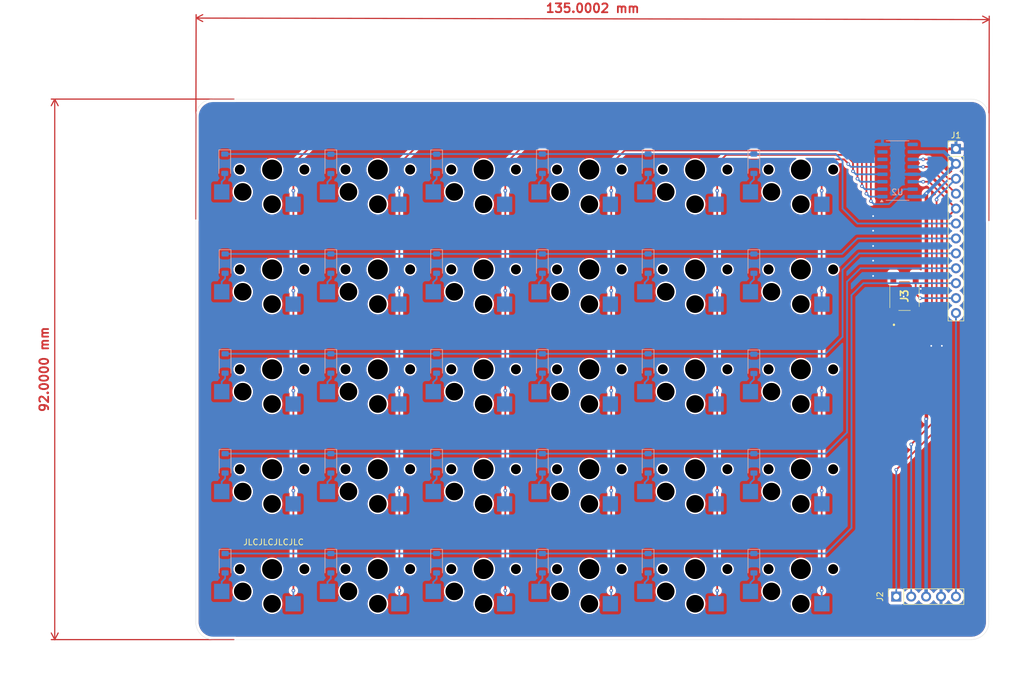
<source format=kicad_pcb>
(kicad_pcb (version 20240108) (generator "pcbnew") (generator_version "8.0")
  (layers (0 "F.Cu" signal) (31 "B.Cu" signal) (34 "B.Paste" user) (35 "F.Paste" user) (36 "B.SilkS" user "B.Silkscreen") (37 "F.SilkS" user "F.Silkscreen") (38 "B.Mask" user) (39 "F.Mask" user) (44 "Edge.Cuts" user))
  (net 0 "")
  (net 1 "Net-(D1-A)")
  (net 2 "ROW1")
  (net 3 "Net-(D2-A)")
  (net 4 "Net-(D3-A)")
  (net 5 "Net-(D4-A)")
  (net 6 "Net-(D5-A)")
  (net 7 "Net-(D6-A)")
  (net 8 "ROW2")
  (net 9 "Net-(D7-A)")
  (net 10 "Net-(D8-A)")
  (net 11 "Net-(D9-A)")
  (net 12 "Net-(D10-A)")
  (net 13 "Net-(D11-A)")
  (net 14 "Net-(D12-A)")
  (net 15 "Net-(D13-A)")
  (net 16 "ROW3")
  (net 17 "Net-(D14-A)")
  (net 18 "Net-(D15-A)")
  (net 19 "Net-(D16-A)")
  (net 20 "Net-(D17-A)")
  (net 21 "Net-(D18-A)")
  (net 22 "Net-(D19-A)")
  (net 23 "ROW4")
  (net 24 "Net-(D20-A)")
  (net 25 "Net-(D21-A)")
  (net 26 "Net-(D22-A)")
  (net 27 "Net-(D23-A)")
  (net 28 "Net-(D24-A)")
  (net 29 "Net-(D25-A)")
  (net 30 "ROW5")
  (net 31 "Net-(D26-A)")
  (net 32 "Net-(D27-A)")
  (net 33 "Net-(D28-A)")
  (net 34 "Net-(D29-A)")
  (net 35 "Net-(D30-A)")
  (net 36 "IO_CS")
  (net 37 "GND")
  (net 38 "MOSI")
  (net 39 "DSP_CS")
  (net 40 "RESET")
  (net 41 "SCK")
  (net 42 "VCC")
  (net 43 "COL1")
  (net 44 "COL2")
  (net 45 "COL3")
  (net 46 "COL4")
  (net 47 "COL5")
  (net 48 "COL6")
  (footprint "pg1350:pg1350-HCN" (layer "F.Cu") (at 126 51 180)
    (property "Reference" "SW12" (hide yes))
    (property "Value" "PG1350")
  )
  (footprint "pg1350:pg1350-HCN" (layer "F.Cu") (at 108 68 180)
    (property "Reference" "SW17" (hide yes))
    (property "Value" "PG1350")
  )
  (footprint "pg1350:pg1350-HCN" (layer "F.Cu") (at 36 34 180)
    (property "Reference" "SW1" (hide yes))
    (property "Value" "PG1350")
  )
  (footprint "pg1350:pg1350-HCN" (layer "F.Cu") (at 126 68 180)
    (property "Reference" "SW18" (hide yes))
    (property "Value" "PG1350")
  )
  (footprint "pg1350:pg1350-HCN" (layer "F.Cu") (at 54 51 180)
    (property "Reference" "SW8" (hide yes))
    (property "Value" "PG1350")
  )
  (footprint "pg1350:pg1350-HCN" (layer "F.Cu") (at 126 102 180)
    (property "Reference" "SW30" (hide yes))
    (property "Value" "PG1350")
  )
  (footprint "pg1350:pg1350-HCN" (layer "F.Cu") (at 72 102 180)
    (property "Reference" "SW27" (hide yes))
    (property "Value" "PG1350")
  )
  (footprint "Connector_PinHeader_2.54mm:PinHeader_1x12_P2.54mm_Vertical" (layer "F.Cu") (at 152.4 30.48)
    (property "Reference" "J1")
    (property "Value" "Conn_01x12_Pin")
  )
  (footprint "buttons:814375651" (layer "F.Cu") (at 143.642 55.524 90)
    (property "Reference" "J3")
    (property "Value" "8-1437565-1" (hide yes))
  )
  (footprint "pg1350:pg1350-HCN" (layer "F.Cu") (at 72 51 180)
    (property "Reference" "SW9" (hide yes))
    (property "Value" "PG1350")
  )
  (footprint "pg1350:pg1350-HCN" (layer "F.Cu") (at 90 34 180)
    (property "Reference" "SW4" (hide yes))
    (property "Value" "PG1350")
  )
  (footprint "pg1350:pg1350-HCN" (layer "F.Cu") (at 108 102 180)
    (property "Reference" "SW29" (hide yes))
    (property "Value" "PG1350")
  )
  (footprint "pg1350:pg1350-HCN" (layer "F.Cu") (at 126 34 180)
    (property "Reference" "SW6" (hide yes))
    (property "Value" "PG1350")
  )
  (footprint "pg1350:pg1350-HCN" (layer "F.Cu") (at 72 68 180)
    (property "Reference" "SW15" (hide yes))
    (property "Value" "PG1350")
  )
  (footprint "Connector_PinSocket_2.54mm:PinSocket_1x05_P2.54mm_Vertical" (layer "F.Cu") (at 142.24 106.68 90)
    (property "Reference" "J2")
    (property "Value" "Conn_01x05_Socket")
  )
  (footprint "pg1350:pg1350-HCN" (layer "F.Cu") (at 72 85 180)
    (property "Reference" "SW21" (hide yes))
    (property "Value" "PG1350")
  )
  (footprint "pg1350:pg1350-HCN" (layer "F.Cu") (at 54 34 180)
    (property "Reference" "SW2" (hide yes))
    (property "Value" "PG1350")
  )
  (footprint "pg1350:pg1350-HCN" (layer "F.Cu") (at 36 68 180)
    (property "Reference" "SW13" (hide yes))
    (property "Value" "PG1350")
  )
  (footprint "pg1350:pg1350-HCN" (layer "F.Cu") (at 36 51 180)
    (property "Reference" "SW7" (hide yes))
    (property "Value" "PG1350")
  )
  (footprint "pg1350:pg1350-HCN" (layer "F.Cu") (at 126 85 180)
    (property "Reference" "SW24" (hide yes))
    (property "Value" "PG1350")
  )
  (footprint "pg1350:pg1350-HCN" (layer "F.Cu") (at 90 51 180)
    (property "Reference" "SW10" (hide yes))
    (property "Value" "PG1350")
  )
  (footprint "pg1350:pg1350-HCN" (layer "F.Cu") (at 90 102 180)
    (property "Reference" "SW28" (hide yes))
    (property "Value" "PG1350")
  )
  (footprint "pg1350:pg1350-HCN" (layer "F.Cu") (at 108 34 180)
    (property "Reference" "SW5" (hide yes))
    (property "Value" "PG1350")
  )
  (footprint "pg1350:pg1350-HCN" (layer "F.Cu") (at 54 85 180)
    (property "Reference" "SW20" (hide yes))
    (property "Value" "PG1350")
  )
  (footprint "pg1350:pg1350-HCN" (layer "F.Cu") (at 90 85 180)
    (property "Reference" "SW22" (hide yes))
    (property "Value" "PG1350")
  )
  (footprint "pg1350:pg1350-HCN" (layer "F.Cu") (at 54 102 180)
    (property "Reference" "SW26" (hide yes))
    (property "Value" "PG1350")
  )
  (footprint "pg1350:pg1350-HCN" (layer "F.Cu") (at 36 85 180)
    (property "Reference" "SW19" (hide yes))
    (property "Value" "PG1350")
  )
  (footprint "pg1350:pg1350-HCN" (layer "F.Cu") (at 90 68 180)
    (property "Reference" "SW16" (hide yes))
    (property "Value" "PG1350")
  )
  (footprint "pg1350:pg1350-HCN" (layer "F.Cu") (at 72 34 180)
    (property "Reference" "SW3" (hide yes))
    (property "Value" "PG1350")
  )
  (footprint "pg1350:pg1350-HCN" (layer "F.Cu") (at 108 51 180)
    (property "Reference" "SW11" (hide yes))
    (property "Value" "PG1350")
  )
  (footprint "pg1350:pg1350-HCN" (layer "F.Cu") (at 108 85 180)
    (property "Reference" "SW23" (hide yes))
    (property "Value" "PG1350")
  )
  (footprint "pg1350:pg1350-HCN" (layer "F.Cu") (at 36 102 180)
    (property "Reference" "SW25" (hide yes))
    (property "Value" "PG1350")
  )
  (footprint "pg1350:pg1350-HCN" (layer "F.Cu") (at 54 68 180)
    (property "Reference" "SW14" (hide yes))
    (property "Value" "PG1350")
  )
  (footprint "Diode_SMD:D_SOD-123" (layer "B.Cu") (at 82 101 -90)
    (property "Reference" "D28" (hide yes))
    (property "Value" "D")
  )
  (footprint "Diode_SMD:D_SOD-123" (layer "B.Cu") (at 100 33 -90)
    (property "Reference" "D5" (hide yes))
    (property "Value" "D")
  )
  (footprint "Diode_SMD:D_SOD-123" (layer "B.Cu") (at 28 101 -90)
    (property "Reference" "D25" (hide yes))
    (property "Value" "D")
  )
  (footprint "Diode_SMD:D_SOD-123" (layer "B.Cu") (at 28 50 -90)
    (property "Reference" "D7" (hide yes))
    (property "Value" "D")
  )
  (footprint "Diode_SMD:D_SOD-123" (layer "B.Cu") (at 64 33.02 -90)
    (property "Reference" "D3" (hide yes))
    (property "Value" "D")
  )
  (footprint "Diode_SMD:D_SOD-123" (layer "B.Cu") (at 28 67 -90)
    (property "Reference" "D13" (hide yes))
    (property "Value" "D")
  )
  (footprint "Diode_SMD:D_SOD-123" (layer "B.Cu") (at 100 101 -90)
    (property "Reference" "D29" (hide yes))
    (property "Value" "D")
  )
  (footprint "Diode_SMD:D_SOD-123" (layer "B.Cu") (at 118 67.056 -90)
    (property "Reference" "D18" (hide yes))
    (property "Value" "D")
  )
  (footprint "Diode_SMD:D_SOD-123" (layer "B.Cu") (at 118 33 -90)
    (property "Reference" "D6" (hide yes))
    (property "Value" "D")
  )
  (footprint "Diode_SMD:D_SOD-123" (layer "B.Cu") (at 64 50 -90)
    (property "Reference" "D9" (hide yes))
    (property "Value" "D")
  )
  (footprint "Diode_SMD:D_SOD-123" (layer "B.Cu") (at 82 50 -90)
    (property "Reference" "D10" (hide yes))
    (property "Value" "D")
  )
  (footprint "Diode_SMD:D_SOD-123" (layer "B.Cu") (at 46 33.02 -90)
    (property "Reference" "D2" (hide yes))
    (property "Value" "D")
  )
  (footprint "Diode_SMD:D_SOD-123" (layer "B.Cu") (at 46 50 -90)
    (property "Reference" "D8" (hide yes))
    (property "Value" "D")
  )
  (footprint "Diode_SMD:D_SOD-123" (layer "B.Cu") (at 64 67 -90)
    (property "Reference" "D15" (hide yes))
    (property "Value" "D")
  )
  (footprint "Diode_SMD:D_SOD-123" (layer "B.Cu") (at 28 84 -90)
    (property "Reference" "D19" (hide yes))
    (property "Value" "D")
  )
  (footprint "Diode_SMD:D_SOD-123" (layer "B.Cu") (at 82 67 -90)
    (property "Reference" "D16" (hide yes))
    (property "Value" "D")
  )
  (footprint "Diode_SMD:D_SOD-123" (layer "B.Cu") (at 64 101 -90)
    (property "Reference" "D27" (hide yes))
    (property "Value" "D")
  )
  (footprint "Diode_SMD:D_SOD-123" (layer "B.Cu") (at 100 84 -90)
    (property "Reference" "D23" (hide yes))
    (property "Value" "D")
  )
  (footprint "Diode_SMD:D_SOD-123" (layer "B.Cu") (at 64 84 -90)
    (property "Reference" "D21" (hide yes))
    (property "Value" "D")
  )
  (footprint "Package_SO:SO-16_3.9x9.9mm_P1.27mm" (layer "B.Cu") (at 142.459 34.163)
    (property "Reference" "U2")
    (property "Value" "74HC595")
  )
  (footprint "Diode_SMD:D_SOD-123" (layer "B.Cu") (at 100 50 -90)
    (property "Reference" "D11" (hide yes))
    (property "Value" "D")
  )
  (footprint "Diode_SMD:D_SOD-123" (layer "B.Cu") (at 46 84 -90)
    (property "Reference" "D20" (hide yes))
    (property "Value" "D")
  )
  (footprint "Diode_SMD:D_SOD-123" (layer "B.Cu") (at 46 67 -90)
    (property "Reference" "D14" (hide yes))
    (property "Value" "D")
  )
  (footprint "Diode_SMD:D_SOD-123" (layer "B.Cu") (at 100 67 -90)
    (property "Reference" "D17" (hide yes))
    (property "Value" "D")
  )
  (footprint "Diode_SMD:D_SOD-123" (layer "B.Cu") (at 118 101 -90)
    (property "Reference" "D30" (hide yes))
    (property "Value" "D")
  )
  (footprint "Diode_SMD:D_SOD-123" (layer "B.Cu") (at 118 84 -90)
    (property "Reference" "D24" (hide yes))
    (property "Value" "D")
  )
  (footprint "Diode_SMD:D_SOD-123" (layer "B.Cu") (at 82 33 -90)
    (property "Reference" "D4" (hide yes))
    (property "Value" "D")
  )
  (footprint "Diode_SMD:D_SOD-123" (layer "B.Cu") (at 27.94 33 -90)
    (property "Reference" "D1" (hide yes))
    (property "Value" "D")
  )
  (footprint "Diode_SMD:D_SOD-123" (layer "B.Cu") (at 118 50 -90)
    (property "Reference" "D12" (hide yes))
    (property "Value" "D")
  )
  (footprint "Diode_SMD:D_SOD-123" (layer "B.Cu") (at 46 101 -90)
    (property "Reference" "D26" (hide yes))
    (property "Value" "D")
  )
  (footprint "Diode_SMD:D_SOD-123" (layer "B.Cu") (at 82 84 -90)
    (property "Reference" "D22" (hide yes))
    (property "Value" "D")
  )
  (gr_line (start 158 111) (end 158 25) (stroke (width 0.05)) (layer "Edge.Cuts"))
  (gr_arc (start 155 22) (mid 157.12132 22.87868) (end 158 25) (stroke (width 0.05)) (layer "Edge.Cuts"))
  (gr_arc (start 158 111) (mid 157.12132 113.12132) (end 155 114) (stroke (width 0.05)) (layer "Edge.Cuts"))
  (gr_arc (start 23 25) (mid 23.87868 22.87868) (end 26 22) (stroke (width 0.05)) (layer "Edge.Cuts"))
  (gr_line (start 23 25) (end 23 111) (stroke (width 0.05)) (layer "Edge.Cuts"))
  (gr_arc (start 26 114) (mid 23.87868 113.12132) (end 23 111) (stroke (width 0.05)) (layer "Edge.Cuts"))
  (gr_line (start 26 114) (end 155 114) (stroke (width 0.05)) (layer "Edge.Cuts"))
  (gr_line (start 155 22) (end 26 22) (stroke (width 0.05)) (layer "Edge.Cuts"))
  (gr_text "JLCJLCJLCJLC" (at 31 98 0) (layer "F.SilkS") (effects (font (size 1 1)) (justify left bottom)))
  (dimension (type aligned) (layer "F.Cu") (pts (xy 30 22) (xy 30 114)) (height 31) (gr_text "92.0000 mm" (at -2.8 68 90) (layer "F.Cu") (effects (font (size 1.5 1.5) (thickness 0.3)))) (format (prefix "") (suffix "") (units 3) (units_format 1) (precision 4)) (style (thickness 0.2) (arrow_length 1.27) (text_position_mode 0) (extension_height 0.58642) (extension_offset 0.5) keep_text_aligned))
  (dimension (type aligned) (layer "F.Cu") (pts (xy 23 42.926) (xy 158 43.18)) (height -34.715385) (gr_text "135.0002 mm" (at 90.568703 6.537679 359.8921992) (layer "F.Cu") (effects (font (size 1.5 1.5) (thickness 0.3)))) (format (prefix "") (suffix "") (units 3) (units_format 1) (precision 4)) (style (thickness 0.2) (arrow_length 1.27) (text_position_mode 0) (extension_height 0.58642) (extension_offset 0.5) keep_text_aligned))
  (segment (start 27.425 36.075) (end 27.425 37.8) (width 0.3) (layer "B.Cu") (net 1))
  (segment (start 27.94 34.65) (end 27.94 35.56) (width 0.3) (layer "B.Cu") (net 1))
  (segment (start 27.94 35.56) (end 27.425 36.075) (width 0.3) (layer "B.Cu") (net 1))
  (segment (start 133.096 40.64) (end 135.636 43.18) (width 0.3) (layer "B.Cu") (net 2))
  (segment (start 131.934 31.35) (end 133.096 32.512) (width 0.3) (layer "B.Cu") (net 2))
  (segment (start 133.096 32.512) (end 133.096 40.64) (width 0.3) (layer "B.Cu") (net 2))
  (segment (start 27.94 31.35) (end 131.934 31.35) (width 0.3) (layer "B.Cu") (net 2))
  (segment (start 135.636 43.18) (end 152.4 43.18) (width 0.3) (layer "B.Cu") (net 2))
  (segment (start 46 34.67) (end 46 35.534) (width 0.3) (layer "B.Cu") (net 3))
  (segment (start 45.425 36.109) (end 45.425 37.8) (width 0.3) (layer "B.Cu") (net 3))
  (segment (start 46 35.534) (end 45.425 36.109) (width 0.3) (layer "B.Cu") (net 3))
  (segment (start 64 35.568) (end 63.425 36.143) (width 0.3) (layer "B.Cu") (net 4))
  (segment (start 63.425 36.143) (end 63.425 37.8) (width 0.3) (layer "B.Cu") (net 4))
  (segment (start 64 34.67) (end 64 35.568) (width 0.3) (layer "B.Cu") (net 4))
  (segment (start 81.425 36.177) (end 81.425 37.8) (width 0.3) (layer "B.Cu") (net 5))
  (segment (start 82 35.602) (end 81.425 36.177) (width 0.3) (layer "B.Cu") (net 5))
  (segment (start 82 34.65) (end 82 35.602) (width 0.3) (layer "B.Cu") (net 5))
  (segment (start 99.425 36.211) (end 99.425 37.8) (width 0.3) (layer "B.Cu") (net 6))
  (segment (start 100 35.636) (end 99.425 36.211) (width 0.3) (layer "B.Cu") (net 6))
  (segment (start 100 34.65) (end 100 35.636) (width 0.3) (layer "B.Cu") (net 6))
  (segment (start 118 34.65) (end 118 35.67) (width 0.3) (layer "B.Cu") (net 7))
  (segment (start 118 35.67) (end 117.425 36.245) (width 0.3) (layer "B.Cu") (net 7))
  (segment (start 117.425 36.245) (end 117.425 37.8) (width 0.3) (layer "B.Cu") (net 7))
  (segment (start 135.636 45.72) (end 133.006 48.35) (width 0.3) (layer "B.Cu") (net 8))
  (segment (start 152.4 45.72) (end 135.636 45.72) (width 0.3) (layer "B.Cu") (net 8))
  (segment (start 133.006 48.35) (end 28 48.35) (width 0.3) (layer "B.Cu") (net 8))
  (segment (start 28 52.518) (end 27.425 53.093) (width 0.3) (layer "B.Cu") (net 9))
  (segment (start 27.425 53.093) (end 27.425 54.8) (width 0.3) (layer "B.Cu") (net 9))
  (segment (start 28 51.65) (end 28 52.518) (width 0.3) (layer "B.Cu") (net 9))
  (segment (start 45.425 53.127) (end 45.425 54.8) (width 0.3) (layer "B.Cu") (net 10))
  (segment (start 46 51.65) (end 46 52.552) (width 0.3) (layer "B.Cu") (net 10))
  (segment (start 46 52.552) (end 45.425 53.127) (width 0.3) (layer "B.Cu") (net 10))
  (segment (start 64 52.586) (end 63.425 53.161) (width 0.3) (layer "B.Cu") (net 11))
  (segment (start 64 51.65) (end 64 52.586) (width 0.3) (layer "B.Cu") (net 11))
  (segment (start 63.425 53.161) (end 63.425 54.8) (width 0.3) (layer "B.Cu") (net 11))
  (segment (start 82 51.65) (end 82 52.62) (width 0.3) (layer "B.Cu") (net 12))
  (segment (start 82 52.62) (end 81.425 53.195) (width 0.3) (layer "B.Cu") (net 12))
  (segment (start 81.425 53.195) (end 81.425 54.8) (width 0.3) (layer "B.Cu") (net 12))
  (segment (start 100 51.65) (end 100 52.654) (width 0.3) (layer "B.Cu") (net 13))
  (segment (start 100 52.654) (end 99.425 53.229) (width 0.3) (layer "B.Cu") (net 13))
  (segment (start 99.425 53.229) (end 99.425 54.8) (width 0.3) (layer "B.Cu") (net 13))
  (segment (start 118 51.65) (end 118 52.688) (width 0.3) (layer "B.Cu") (net 14))
  (segment (start 117.425 53.263) (end 117.425 54.8) (width 0.3) (layer "B.Cu") (net 14))
  (segment (start 118 52.688) (end 117.425 53.263) (width 0.3) (layer "B.Cu") (net 14))
  (segment (start 28 69.536) (end 27.425 70.111) (width 0.3) (layer "B.Cu") (net 15))
  (segment (start 27.425 70.111) (end 27.425 71.8) (width 0.3) (layer "B.Cu") (net 15))
  (segment (start 28 68.65) (end 28 69.536) (width 0.3) (layer "B.Cu") (net 15))
  (segment (start 130.23 65.35) (end 133.096 62.484) (width 0.3) (layer "B.Cu") (net 16))
  (segment (start 133.096 62.484) (end 133.096 51.054) (width 0.3) (layer "B.Cu") (net 16))
  (segment (start 135.89 48.26) (end 152.4 48.26) (width 0.3) (layer "B.Cu") (net 16))
  (segment (start 28 65.35) (end 130.23 65.35) (width 0.3) (layer "B.Cu") (net 16))
  (segment (start 133.096 51.054) (end 135.89 48.26) (width 0.3) (layer "B.Cu") (net 16))
  (segment (start 46 69.57) (end 45.425 70.145) (width 0.3) (layer "B.Cu") (net 17))
  (segment (start 46 68.65) (end 46 69.57) (width 0.3) (layer "B.Cu") (net 17))
  (segment (start 45.425 70.145) (end 45.425 71.8) (width 0.3) (layer "B.Cu") (net 17))
  (segment (start 64 69.604) (end 63.425 70.179) (width 0.3) (layer "B.Cu") (net 18))
  (segment (start 64 68.65) (end 64 69.604) (width 0.3) (layer "B.Cu") (net 18))
  (segment (start 63.425 70.179) (end 63.425 71.8) (width 0.3) (layer "B.Cu") (net 18))
  (segment (start 81.425 70.213) (end 81.425 71.8) (width 0.3) (layer "B.Cu") (net 19))
  (segment (start 82 68.65) (end 82 69.638) (width 0.3) (layer "B.Cu") (net 19))
  (segment (start 82 69.638) (end 81.425 70.213) (width 0.3) (layer "B.Cu") (net 19))
  (segment (start 100 69.672) (end 99.425 70.247) (width 0.3) (layer "B.Cu") (net 20))
  (segment (start 100 68.65) (end 100 69.672) (width 0.3) (layer "B.Cu") (net 20))
  (segment (start 99.425 70.247) (end 99.425 71.8) (width 0.3) (layer "B.Cu") (net 20))
  (segment (start 118 69.706) (end 117.425 70.281) (width 0.3) (layer "B.Cu") (net 21))
  (segment (start 118 69) (end 118 69.706) (width 0.3) (layer "B.Cu") (net 21))
  (segment (start 117.425 70.281) (end 117.425 71.8) (width 0.3) (layer "B.Cu") (net 21))
  (segment (start 28 85.65) (end 28 86.554) (width 0.3) (layer "B.Cu") (net 22))
  (segment (start 28 86.554) (end 27.425 87.129) (width 0.3) (layer "B.Cu") (net 22))
  (segment (start 27.425 87.129) (end 27.425 88.8) (width 0.3) (layer "B.Cu") (net 22))
  (segment (start 152.4 50.8) (end 136.144 50.8) (width 0.3) (layer "B.Cu") (net 23))
  (segment (start 130.248 82.35) (end 28 82.35) (width 0.3) (layer "B.Cu") (net 23))
  (segment (start 133.858 78.74) (end 130.248 82.35) (width 0.3) (layer "B.Cu") (net 23))
  (segment (start 136.144 50.8) (end 133.858 53.086) (width 0.3) (layer "B.Cu") (net 23))
  (segment (start 133.858 53.086) (end 133.858 78.74) (width 0.3) (layer "B.Cu") (net 23))
  (segment (start 46 86.588) (end 45.425 87.163) (width 0.3) (layer "B.Cu") (net 24))
  (segment (start 46 85.65) (end 46 86.588) (width 0.3) (layer "B.Cu") (net 24))
  (segment (start 45.425 87.163) (end 45.425 88.8) (width 0.3) (layer "B.Cu") (net 24))
  (segment (start 63.425 87.197) (end 63.425 88.8) (width 0.3) (layer "B.Cu") (net 25))
  (segment (start 64 86.622) (end 63.425 87.197) (width 0.3) (layer "B.Cu") (net 25))
  (segment (start 64 85.65) (end 64 86.622) (width 0.3) (layer "B.Cu") (net 25))
  (segment (start 82 86.656) (end 81.425 87.231) (width 0.3) (layer "B.Cu") (net 26))
  (segment (start 82 85.65) (end 82 86.656) (width 0.3) (layer "B.Cu") (net 26))
  (segment (start 81.425 87.231) (end 81.425 88.8) (width 0.3) (layer "B.Cu") (net 26))
  (segment (start 100 86.69) (end 99.425 87.265) (width 0.3) (layer "B.Cu") (net 27))
  (segment (start 100 85.65) (end 100 86.69) (width 0.3) (layer "B.Cu") (net 27))
  (segment (start 99.425 87.265) (end 99.425 88.8) (width 0.3) (layer "B.Cu") (net 27))
  (segment (start 117.425 87.299) (end 117.425 88.8) (width 0.3) (layer "B.Cu") (net 28))
  (segment (start 118 86.724) (end 117.425 87.299) (width 0.3) (layer "B.Cu") (net 28))
  (segment (start 118 85.65) (end 118 86.724) (width 0.3) (layer "B.Cu") (net 28))
  (segment (start 27.425 104.147) (end 27.425 105.8) (width 0.3) (layer "B.Cu") (net 29))
  (segment (start 28 102.65) (end 28 103.572) (width 0.3) (layer "B.Cu") (net 29))
  (segment (start 28 103.572) (end 27.425 104.147) (width 0.3) (layer "B.Cu") (net 29))
  (segment (start 134.62 94.996) (end 130.266 99.35) (width 0.3) (layer "B.Cu") (net 30))
  (segment (start 152.4 53.34) (end 136.652 53.34) (width 0.3) (layer "B.Cu") (net 30))
  (segment (start 136.652 53.34) (end 134.62 55.372) (width 0.3) (layer "B.Cu") (net 30))
  (segment (start 134.62 55.372) (end 134.62 94.996) (width 0.3) (layer "B.Cu") (net 30))
  (segment (start 130.266 99.35) (end 28 99.35) (width 0.3) (layer "B.Cu") (net 30))
  (segment (start 46 102.65) (end 46 103.606) (width 0.3) (layer "B.Cu") (net 31))
  (segment (start 45.425 104.181) (end 45.425 105.8) (width 0.3) (layer "B.Cu") (net 31))
  (segment (start 46 103.606) (end 45.425 104.181) (width 0.3) (layer "B.Cu") (net 31))
  (segment (start 64 102.65) (end 64 103.64) (width 0.3) (layer "B.Cu") (net 32))
  (segment (start 64 103.64) (end 63.425 104.215) (width 0.3) (layer "B.Cu") (net 32))
  (segment (start 63.425 104.215) (end 63.425 105.8) (width 0.3) (layer "B.Cu") (net 32))
  (segment (start 82 103.674) (end 81.425 104.249) (width 0.3) (layer "B.Cu") (net 33))
  (segment (start 82 102.65) (end 82 103.674) (width 0.3) (layer "B.Cu") (net 33))
  (segment (start 81.425 104.249) (end 81.425 105.8) (width 0.3) (layer "B.Cu") (net 33))
  (segment (start 100 103.708) (end 99.425 104.283) (width 0.3) (layer "B.Cu") (net 34))
  (segment (start 100 102.65) (end 100 103.708) (width 0.3) (layer "B.Cu") (net 34))
  (segment (start 99.425 104.283) (end 99.425 105.8) (width 0.3) (layer "B.Cu") (net 34))
  (segment (start 118 103.742) (end 117.425 104.317) (width 0.3) (layer "B.Cu") (net 35))
  (segment (start 118 102.65) (end 118 103.742) (width 0.3) (layer "B.Cu") (net 35))
  (segment (start 117.425 104.317) (end 117.425 105.8) (width 0.3) (layer "B.Cu") (net 35))
  (segment (start 146.812 33.528) (end 147.828 33.528) (width 0.3) (layer "F.Cu") (net 36))
  (segment (start 147.828 33.528) (end 152.4 38.1) (width 0.3) (layer "F.Cu") (net 36))
  (via (at 146.812 33.528) (size 0.6) (drill 0.3) (layers "F.Cu" "B.Cu") (net 36))
  (segment (start 145.034 33.528) (end 146.812 33.528) (width 0.3) (layer "B.Cu") (net 36))
  (via (at 138.3 41.91) (size 0.6) (drill 0.3) (layers "F.Cu" "B.Cu") (net 37))
  (via (at 148.194081 64.004835) (size 0.6) (drill 0.3) (layers "F.Cu" "B.Cu") (net 37))
  (via (at 138.3 52.1) (size 0.6) (drill 0.3) (layers "F.Cu" "B.Cu") (net 37))
  (via (at 138.3 44.4) (size 0.6) (drill 0.3) (layers "F.Cu" "B.Cu") (net 37))
  (via (at 150 64) (size 0.6) (drill 0.3) (layers "F.Cu" "B.Cu") (net 37))
  (via (at 138.3 49.5) (size 0.6) (drill 0.3) (layers "F.Cu" "B.Cu") (net 37))
  (via (at 138.3 47) (size 0.6) (drill 0.3) (layers "F.Cu" "B.Cu") (net 37))
  (via (at 143.5 55.6) (size 0.6) (drill 0.3) (layers "F.Cu" "B.Cu") (net 37))
  (via (at 146.4 54.3) (size 0.6) (drill 0.3) (layers "F.Cu" "B.Cu") (net 37))
  (segment (start 147.828 36.068) (end 152.4 40.64) (width 0.3) (layer "F.Cu") (net 38))
  (segment (start 146.812 36.068) (end 147.828 36.068) (width 0.3) (layer "F.Cu") (net 38))
  (segment (start 150.876 76.454) (end 150.876 42.164) (width 0.3) (layer "F.Cu") (net 38))
  (segment (start 142.24 85.09) (end 150.876 76.454) (width 0.3) (layer "F.Cu") (net 38))
  (segment (start 150.876 42.164) (end 152.4 40.64) (width 0.3) (layer "F.Cu") (net 38))
  (via (at 142.24 85.09) (size 0.6) (drill 0.3) (layers "F.Cu" "B.Cu") (net 38))
  (via (at 146.812 36.068) (size 0.6) (drill 0.3) (layers "F.Cu" "B.Cu") (net 38))
  (segment (start 145.034 36.068) (end 146.812 36.068) (width 0.3) (layer "B.Cu") (net 38))
  (segment (start 142.24 106.68) (end 142.24 85.09) (width 0.3) (layer "B.Cu") (net 38))
  (segment (start 152.4 106.68) (end 152.4 58.42) (width 0.3) (layer "B.Cu") (net 39))
  (segment (start 145.542 52.324) (end 141.792 52.324) (width 0.3) (layer "F.Cu") (net 40))
  (segment (start 146.304 55.88) (end 145.542 55.118) (width 0.3) (layer "F.Cu") (net 40))
  (segment (start 145.542 55.118) (end 145.542 52.324) (width 0.3) (layer "F.Cu") (net 40))
  (segment (start 141.792 52.324) (end 141.742 52.374) (width 0.3) (layer "F.Cu") (net 40))
  (via (at 146.304 55.88) (size 0.6) (drill 0.3) (layers "F.Cu" "B.Cu") (net 40))
  (segment (start 152.4 55.88) (end 146.304 55.88) (width 0.3) (layer "B.Cu") (net 40))
  (segment (start 149.098 39.116) (end 149.098 76.454) (width 0.3) (layer "F.Cu") (net 41))
  (segment (start 146.812 32.258) (end 147.828 32.258) (width 0.3) (layer "F.Cu") (net 41))
  (segment (start 149.098 76.454) (end 144.78 80.772) (width 0.3) (layer "F.Cu") (net 41))
  (segment (start 147.828 32.258) (end 151.13 35.56) (width 0.3) (layer "F.Cu") (net 41))
  (segment (start 151.13 35.56) (end 152.4 35.56) (width 0.3) (layer "F.Cu") (net 41))
  (via (at 144.78 80.772) (size 0.6) (drill 0.3) (layers "F.Cu" "B.Cu") (net 41))
  (via (at 146.812 32.258) (size 0.6) (drill 0.3) (layers "F.Cu" "B.Cu") (net 41))
  (via (at 149.098 39.116) (size 0.6) (drill 0.3) (layers "F.Cu" "B.Cu") (net 41))
  (segment (start 144.78 106.68) (end 144.78 80.772) (width 0.3) (layer "B.Cu") (net 41))
  (segment (start 149.098 38.862) (end 152.4 35.56) (width 0.3) (layer "B.Cu") (net 41))
  (segment (start 145.034 32.258) (end 146.812 32.258) (width 0.3) (layer "B.Cu") (net 41))
  (segment (start 149.098 39.116) (end 149.098 38.862) (width 0.3) (layer "B.Cu") (net 41))
  (segment (start 147.37 76.404) (end 147.32 76.454) (width 0.6) (layer "F.Cu") (net 42))
  (segment (start 147.37 38.05) (end 147.37 76.404) (width 0.6) (layer "F.Cu") (net 42))
  (via (at 147.32 76.454) (size 0.6) (drill 0.3) (layers "F.Cu" "B.Cu") (net 42))
  (via (at 147.37 38.05) (size 0.6) (drill 0.3) (layers "F.Cu" "B.Cu") (net 42))
  (segment (start 146.812 38.608) (end 145.034 38.608) (width 0.6) (layer "B.Cu") (net 42))
  (segment (start 150.368 30.988) (end 145.034 30.988) (width 0.6) (layer "B.Cu") (net 42))
  (segment (start 152.4 33.02) (end 150.368 30.988) (width 0.6) (layer "B.Cu") (net 42))
  (segment (start 147.32 106.68) (end 147.32 76.454) (width 0.6) (layer "B.Cu") (net 42))
  (segment (start 152.4 33.02) (end 146.812 38.608) (width 0.6) (layer "B.Cu") (net 42))
  (segment (start 39.624 104.902) (end 39.624 88.646) (width 0.3) (layer "F.Cu") (net 43))
  (segment (start 137.922 39.37) (end 137.922 31.75) (width 0.3) (layer "F.Cu") (net 43))
  (segment (start 39.624 54.61) (end 39.624 54.102) (width 0.3) (layer "F.Cu") (net 43))
  (segment (start 39.624 33.02) (end 39.624 37.592) (width 0.3) (layer "F.Cu") (net 43))
  (segment (start 39.624 54.102) (end 39.624 37.592) (width 0.3) (layer "F.Cu") (net 43))
  (segment (start 39.624 71.12) (end 39.624 54.61) (width 0.3) (layer "F.Cu") (net 43))
  (segment (start 134.62 28.448) (end 44.196 28.448) (width 0.3) (layer "F.Cu") (net 43))
  (segment (start 39.624 71.628) (end 39.624 71.12) (width 0.3) (layer "F.Cu") (net 43))
  (segment (start 39.624 105.664) (end 39.624 104.902) (width 0.3) (layer "F.Cu") (net 43))
  (segment (start 39.624 88.646) (end 39.624 71.628) (width 0.3) (layer "F.Cu") (net 43))
  (segment (start 44.196 28.448) (end 39.624 33.02) (width 0.3) (layer "F.Cu") (net 43))
  (segment (start 137.922 31.75) (end 134.62 28.448) (width 0.3) (layer "F.Cu") (net 43))
  (via (at 137.922 39.37) (size 0.6) (drill 0.3) (layers "F.Cu" "B.Cu") (net 43))
  (via (at 39.624 37.592) (size 0.6) (drill 0.3) (layers "F.Cu" "B.Cu") (net 43))
  (via (at 39.624 71.628) (size 0.6) (drill 0.3) (layers "F.Cu" "B.Cu") (net 43))
  (via (at 39.624 88.646) (size 0.6) (drill 0.3) (layers "F.Cu" "B.Cu") (net 43))
  (via (at 39.624 105.664) (size 0.6) (drill 0.3) (layers "F.Cu" "B.Cu") (net 43))
  (via (at 39.624 54.61) (size 0.6) (drill 0.3) (layers "F.Cu" "B.Cu") (net 43))
  (segment (start 39.624 39.851) (end 39.575 39.9) (width 0.3) (layer "B.Cu") (net 43))
  (segment (start 137.922 39.37) (end 138.43 39.878) (width 0.3) (layer "B.Cu") (net 43))
  (segment (start 39.624 107.851) (end 39.624 105.664) (width 0.3) (layer "B.Cu") (net 43))
  (segment (start 143.51 37.338) (end 145.034 37.338) (width 0.3) (layer "B.Cu") (net 43))
  (segment (start 39.575 107.9) (end 39.624 107.851) (width 0.3) (layer "B.Cu") (net 43))
  (segment (start 39.624 88.646) (end 39.624 90.851) (width 0.3) (layer "B.Cu") (net 43))
  (segment (start 140.97 39.878) (end 143.51 37.338) (width 0.3) (layer "B.Cu") (net 43))
  (segment (start 39.624 54.61) (end 39.624 56.851) (width 0.3) (layer "B.Cu") (net 43))
  (segment (start 39.624 37.592) (end 39.624 39.851) (width 0.3) (layer "B.Cu") (net 43))
  (segment (start 39.624 56.851) (end 39.575 56.9) (width 0.3) (layer "B.Cu") (net 43))
  (segment (start 39.624 71.628) (end 39.624 73.851) (width 0.3) (layer "B.Cu") (net 43))
  (segment (start 39.624 73.851) (end 39.575 73.9) (width 0.3) (layer "B.Cu") (net 43))
  (segment (start 138.43 39.878) (end 140.97 39.878) (width 0.3) (layer "B.Cu") (net 43))
  (segment (start 39.624 90.851) (end 39.575 90.9) (width 0.3) (layer "B.Cu") (net 43))
  (segment (start 57.658 105.664) (end 57.658 88.646) (width 0.3) (layer "F.Cu") (net 44))
  (segment (start 137.16 32.004) (end 134.366 29.21) (width 0.3) (layer "F.Cu") (net 44))
  (segment (start 137.16 38.1) (end 137.16 32.004) (width 0.3) (layer "F.Cu") (net 44))
  (segment (start 57.658 71.628) (end 57.658 71.374) (width 0.3) (layer "F.Cu") (net 44))
  (segment (start 134.366 29.21) (end 61.468 29.21) (width 0.3) (layer "F.Cu") (net 44))
  (segment (start 57.658 33.02) (end 57.658 37.592) (width 0.3) (layer "F.Cu") (net 44))
  (segment (start 61.468 29.21) (end 57.658 33.02) (width 0.3) (layer "F.Cu") (net 44))
  (segment (start 57.658 71.374) (end 57.658 54.61) (width 0.3) (layer "F.Cu") (net 44))
  (segment (start 57.658 54.61) (end 57.658 37.592) (width 0.3) (layer "F.Cu") (net 44))
  (segment (start 57.658 88.646) (end 57.658 88.138) (width 0.3) (layer "F.Cu") (net 44))
  (segment (start 57.658 88.138) (end 57.658 71.628) (width 0.3) (layer "F.Cu") (net 44))
  (via (at 57.658 54.61) (size 0.6) (drill 0.3) (layers "F.Cu" "B.Cu") (net 44))
  (via (at 137.16 38.1) (size 0.6) (drill 0.3) (layers "F.Cu" "B.Cu") (net 44))
  (via (at 57.658 71.628) (size 0.6) (drill 0.3) (layers "F.Cu" "B.Cu") (net 44))
  (via (at 57.658 105.664) (size 0.6) (drill 0.3) (layers "F.Cu" "B.Cu") (net 44))
  (via (at 57.658 88.646) (size 0.6) (drill 0.3) (layers "F.Cu" "B.Cu") (net 44))
  (via (at 57.658 37.592) (size 0.6) (drill 0.3) (layers "F.Cu" "B.Cu") (net 44))
  (segment (start 57.658 105.664) (end 57.658 107.817) (width 0.3) (layer "B.Cu") (net 44))
  (segment (start 57.658 90.817) (end 57.575 90.9) (width 0.3) (layer "B.Cu") (net 44))
  (segment (start 57.658 37.592) (end 57.658 39.817) (width 0.3) (layer "B.Cu") (net 44))
  (segment (start 57.658 71.628) (end 57.658 73.817) (width 0.3) (layer "B.Cu") (net 44))
  (segment (start 57.658 88.646) (end 57.658 90.817) (width 0.3) (layer "B.Cu") (net 44))
  (segment (start 137.668 38.608) (end 137.16 38.1) (width 0.3) (layer "B.Cu") (net 44))
  (segment (start 57.658 107.817) (end 57.575 107.9) (width 0.3) (layer "B.Cu") (net 44))
  (segment (start 57.658 56.817) (end 57.575 56.9) (width 0.3) (layer "B.Cu") (net 44))
  (segment (start 57.658 39.817) (end 57.575 39.9) (width 0.3) (layer "B.Cu") (net 44))
  (segment (start 57.658 54.61) (end 57.658 56.817) (width 0.3) (layer "B.Cu") (net 44))
  (segment (start 139.884 38.608) (end 137.668 38.608) (width 0.3) (layer "B.Cu") (net 44))
  (segment (start 57.658 73.817) (end 57.575 73.9) (width 0.3) (layer "B.Cu") (net 44))
  (segment (start 75.692 33.02) (end 75.692 37.592) (width 0.3) (layer "F.Cu") (net 45))
  (segment (start 134.112 29.972) (end 78.74 29.972) (width 0.3) (layer "F.Cu") (net 45))
  (segment (start 75.692 71.628) (end 75.692 54.61) (width 0.3) (layer "F.Cu") (net 45))
  (segment (start 136.398 36.83) (end 136.398 32.258) (width 0.3) (layer "F.Cu") (net 45))
  (segment (start 75.692 88.138) (end 75.692 71.628) (width 0.3) (layer "F.Cu") (net 45))
  (segment (start 75.692 105.664) (end 75.692 88.646) (width 0.3) (layer "F.Cu") (net 45))
  (segment (start 75.692 54.61) (end 75.692 37.592) (width 0.3) (layer "F.Cu") (net 45))
  (segment (start 75.692 88.646) (end 75.692 88.138) (width 0.3) (layer "F.Cu") (net 45))
  (segment (start 136.398 32.258) (end 134.112 29.972) (width 0.3) (layer "F.Cu") (net 45))
  (segment (start 78.74 29.972) (end 75.692 33.02) (width 0.3) (layer "F.Cu") (net 45))
  (via (at 136.398 36.83) (size 0.6) (drill 0.3) (layers "F.Cu" "B.Cu") (net 45))
  (via (at 75.692 54.61) (size 0.6) (drill 0.3) (layers "F.Cu" "B.Cu") (net 45))
  (via (at 75.692 71.628) (size 0.6) (drill 0.3) (layers "F.Cu" "B.Cu") (net 45))
  (via (at 75.692 105.664) (size 0.6) (drill 0.3) (layers "F.Cu" "B.Cu") (net 45))
  (via (at 75.692 37.592) (size 0.6) (drill 0.3) (layers "F.Cu" "B.Cu") (net 45))
  (via (at 75.692 88.646) (size 0.6) (drill 0.3) (layers "F.Cu" "B.Cu") (net 45))
  (segment (start 75.692 54.61) (end 75.692 56.783) (width 0.3) (layer "B.Cu") (net 45))
  (segment (start 75.692 105.664) (end 75.692 107.783) (width 0.3) (layer "B.Cu") (net 45))
  (segment (start 136.906 37.338) (end 136.398 36.83) (width 0.3) (layer "B.Cu") (net 45))
  (segment (start 75.692 107.783) (end 75.575 107.9) (width 0.3) (layer "B.Cu") (net 45))
  (segment (start 75.692 39.783) (end 75.575 39.9) (width 0.3) (layer "B.Cu") (net 45))
  (segment (start 75.692 71.628) (end 75.692 73.783) (width 0.3) (layer "B.Cu") (net 45))
  (segment (start 75.692 90.783) (end 75.575 90.9) (width 0.3) (layer "B.Cu") (net 45))
  (segment (start 75.692 88.646) (end 75.692 90.783) (width 0.3) (layer "B.Cu") (net 45))
  (segment (start 75.692 37.592) (end 75.692 39.783) (width 0.3) (layer "B.Cu") (net 45))
  (segment (start 75.692 73.783) (end 75.575 73.9) (width 0.3) (layer "B.Cu") (net 45))
  (segment (start 75.692 56.783) (end 75.575 56.9) (width 0.3) (layer "B.Cu") (net 45))
  (segment (start 139.884 37.338) (end 136.906 37.338) (width 0.3) (layer "B.Cu") (net 45))
  (segment (start 93.726 88.646) (end 93.726 71.628) (width 0.3) (layer "F.Cu") (net 46))
  (segment (start 96.012 30.734) (end 93.726 33.02) (width 0.3) (layer "F.Cu") (net 46))
  (segment (start 133.858 30.734) (end 96.012 30.734) (width 0.3) (layer "F.Cu") (net 46))
  (segment (start 135.636 35.56) (end 135.636 32.512) (width 0.3) (layer "F.Cu") (net 46))
  (segment (start 93.726 105.664) (end 93.726 88.646) (width 0.3) (layer "F.Cu") (net 46))
  (segment (start 135.636 32.512) (end 133.858 30.734) (width 0.3) (layer "F.Cu") (net 46))
  (segment (start 93.726 71.374) (end 93.726 54.61) (width 0.3) (layer "F.Cu") (net 46))
  (segment (start 93.726 54.61) (end 93.726 54.102) (width 0.3) (layer "F.Cu") (net 46))
  (segment (start 93.726 33.02) (end 93.726 37.592) (width 0.3) (layer "F.Cu") (net 46))
  (segment (start 93.726 71.628) (end 93.726 71.374) (width 0.3) (layer "F.Cu") (net 46))
  (segment (start 93.726 54.102) (end 93.726 37.592) (width 0.3) (layer "F.Cu") (net 46))
  (via (at 93.726 88.646) (size 0.6) (drill 0.3) (layers "F.Cu" "B.Cu") (net 46))
  (via (at 93.726 37.592) (size 0.6) (drill 0.3) (layers "F.Cu" "B.Cu") (net 46))
  (via (at 93.726 54.61) (size 0.6) (drill 0.3) (layers "F.Cu" "B.Cu") (net 46))
  (via (at 93.726 105.664) (size 0.6) (drill 0.3) (layers "F.Cu" "B.Cu") (net 46))
  (via (at 135.636 35.56) (size 0.6) (drill 0.3) (layers "F.Cu" "B.Cu") (net 46))
  (via (at 93.726 71.628) (size 0.6) (drill 0.3) (layers "F.Cu" "B.Cu") (net 46))
  (segment (start 93.726 88.646) (end 93.726 90.749) (width 0.3) (layer "B.Cu") (net 46))
  (segment (start 93.726 90.749) (end 93.575 90.9) (width 0.3) (layer "B.Cu") (net 46))
  (segment (start 93.726 39.749) (end 93.575 39.9) (width 0.3) (layer "B.Cu") (net 46))
  (segment (start 93.726 37.592) (end 93.726 39.749) (width 0.3) (layer "B.Cu") (net 46))
  (segment (start 136.144 36.068) (end 135.636 35.56) (width 0.3) (layer "B.Cu") (net 46))
  (segment (start 93.726 56.749) (end 93.575 56.9) (width 0.3) (layer "B.Cu") (net 46))
  (segment (start 139.884 36.068) (end 136.144 36.068) (width 0.3) (layer "B.Cu") (net 46))
  (segment (start 93.726 71.628) (end 93.726 73.749) (width 0.3) (layer "B.Cu") (net 46))
  (segment (start 93.575 107.9) (end 93.726 107.749) (width 0.3) (layer "B.Cu") (net 46))
  (segment (start 93.726 54.61) (end 93.726 56.749) (width 0.3) (layer "B.Cu") (net 46))
  (segment (start 93.726 107.749) (end 93.726 105.664) (width 0.3) (layer "B.Cu") (net 46))
  (segment (start 93.726 73.749) (end 93.575 73.9) (width 0.3) (layer "B.Cu") (net 46))
  (segment (start 111.76 88.138) (end 111.76 71.628) (width 0.3) (layer "F.Cu") (net 47))
  (segment (start 111.76 71.628) (end 111.76 54.61) (width 0.3) (layer "F.Cu") (net 47))
  (segment (start 134.874 34.29) (end 134.874 32.766) (width 0.3) (layer "F.Cu") (net 47))
  (segment (start 133.604 31.496) (end 113.284 31.496) (width 0.3) (layer "F.Cu") (net 47))
  (segment (start 113.284 31.496) (end 111.76 33.02) (width 0.3) (layer "F.Cu") (net 47))
  (segment (start 111.76 33.02) (end 111.76 37.592) (width 0.3) (layer "F.Cu") (net 47))
  (segment (start 134.874 32.766) (end 133.604 31.496) (width 0.3) (layer "F.Cu") (net 47))
  (segment (start 111.76 88.646) (end 111.76 88.138) (width 0.3) (layer "F.Cu") (net 47))
  (segment (start 111.76 105.664) (end 111.76 88.646) (width 0.3) (layer "F.Cu") (net 47))
  (segment (start 111.76 54.61) (end 111.76 37.592) (width 0.3) (layer "F.Cu") (net 47))
  (via (at 111.76 71.628) (size 0.6) (drill 0.3) (layers "F.Cu" "B.Cu") (net 47))
  (via (at 111.76 88.646) (size 0.6) (drill 0.3) (layers "F.Cu" "B.Cu") (net 47))
  (via (at 111.76 105.664) (size 0.6) (drill 0.3) (layers "F.Cu" "B.Cu") (net 47))
  (via (at 134.874 34.29) (size 0.6) (drill 0.3) (layers "F.Cu" "B.Cu") (net 47))
  (via (at 111.76 37.592) (size 0.6) (drill 0.3) (layers "F.Cu" "B.Cu") (net 47))
  (via (at 111.76 54.61) (size 0.6) (drill 0.3) (layers "F.Cu" "B.Cu") (net 47))
  (segment (start 111.76 39.715) (end 111.575 39.9) (width 0.3) (layer "B.Cu") (net 47))
  (segment (start 111.76 88.646) (end 111.76 90.715) (width 0.3) (layer "B.Cu") (net 47))
  (segment (start 139.884 34.798) (end 135.382 34.798) (width 0.3) (layer "B.Cu") (net 47))
  (segment (start 111.76 56.715) (end 111.575 56.9) (width 0.3) (layer "B.Cu") (net 47))
  (segment (start 111.76 37.592) (end 111.76 39.715) (width 0.3) (layer "B.Cu") (net 47))
  (segment (start 111.76 90.715) (end 111.575 90.9) (width 0.3) (layer "B.Cu") (net 47))
  (segment (start 111.76 73.715) (end 111.575 73.9) (width 0.3) (layer "B.Cu") (net 47))
  (segment (start 111.76 71.628) (end 111.76 73.715) (width 0.3) (layer "B.Cu") (net 47))
  (segment (start 135.382 34.798) (end 134.874 34.29) (width 0.3) (layer "B.Cu") (net 47))
  (segment (start 111.575 107.9) (end 111.76 107.715) (width 0.3) (layer "B.Cu") (net 47))
  (segment (start 111.76 54.61) (end 111.76 56.715) (width 0.3) (layer "B.Cu") (net 47))
  (segment (start 111.76 107.715) (end 111.76 105.664) (width 0.3) (layer "B.Cu") (net 47))
  (segment (start 129.54 71.628) (end 129.54 54.61) (width 0.3) (layer "F.Cu") (net 48))
  (segment (start 129.54 33.02) (end 129.54 37.592) (width 0.3) (layer "F.Cu") (net 48))
  (segment (start 134.068735 33.063265) (end 134.068735 32.976735) (width 0.3) (layer "F.Cu") (net 48))
  (segment (start 134.068735 32.976735) (end 133.35 32.258) (width 0.3) (layer "F.Cu") (net 48))
  (segment (start 129.54 105.664) (end 129.54 88.646) (width 0.3) (layer "F.Cu") (net 48))
  (segment (start 130.302 32.258) (end 129.54 33.02) (width 0.3) (layer "F.Cu") (net 48))
  (segment (start 133.35 32.258) (end 130.302 32.258) (width 0.3) (layer "F.Cu") (net 48))
  (segment (start 129.54 88.646) (end 129.54 71.628) (width 0.3) (layer "F.Cu") (net 48))
  (segment (start 129.54 54.356) (end 129.54 37.592) (width 0.3) (layer "F.Cu") (net 48))
  (segment (start 129.54 54.61) (end 129.54 54.356) (width 0.3) (layer "F.Cu") (net 48))
  (via (at 129.54 88.646) (size 0.6) (drill 0.3) (layers "F.Cu" "B.Cu") (net 48))
  (via (at 129.54 71.628) (size 0.6) (drill 0.3) (layers "F.Cu" "B.Cu") (net 48))
  (via (at 129.54 105.664) (size 0.6) (drill 0.3) (layers "F.Cu" "B.Cu") (net 48))
  (via (at 129.54 54.61) (size 0.6) (drill 0.3) (layers "F.Cu" "B.Cu") (net 48))
  (via (at 134.068735 33.063265) (size 0.6) (drill 0.3) (layers "F.Cu" "B.Cu") (net 48))
  (via (at 129.54 37.592) (size 0.6) (drill 0.3) (layers "F.Cu" "B.Cu") (net 48))
  (segment (start 129.54 54.61) (end 129.54 56.865) (width 0.3) (layer "B.Cu") (net 48))
  (segment (start 129.54 71.628) (end 129.54 73.865) (width 0.3) (layer "B.Cu") (net 48))
  (segment (start 129.54 73.865) (end 129.575 73.9) (width 0.3) (layer "B.Cu") (net 48))
  (segment (start 129.54 56.865) (end 129.575 56.9) (width 0.3) (layer "B.Cu") (net 48))
  (segment (start 129.54 39.865) (end 129.575 39.9) (width 0.3) (layer "B.Cu") (net 48))
  (segment (start 134.53347 33.528) (end 134.068735 33.063265) (width 0.3) (layer "B.Cu") (net 48))
  (segment (start 129.54 107.865) (end 129.54 105.664) (width 0.3) (layer "B.Cu") (net 48))
  (segment (start 139.884 33.528) (end 134.53347 33.528) (width 0.3) (layer "B.Cu") (net 48))
  (segment (start 129.54 90.865) (end 129.575 90.9) (width 0.3) (layer "B.Cu") (net 48))
  (segment (start 129.54 88.646) (end 129.54 90.865) (width 0.3) (layer "B.Cu") (net 48))
  (segment (start 129.54 37.592) (end 129.54 39.865) (width 0.3) (layer "B.Cu") (net 48))
  (segment (start 129.575 107.9) (end 129.54 107.865) (width 0.3) (layer "B.Cu") (net 48))
  (zone (net 37) (net_name "GND") (layers "F&B.Cu") (connect_pads (clearance 0.5)) (min_thickness 0.25) (fill yes (thermal_gap 0.5) (thermal_bridge_width 0.5))
    (polygon (pts (xy 17 16) (xy 17 120) (xy 164 120) (xy 164 16)))
  )
)
</source>
